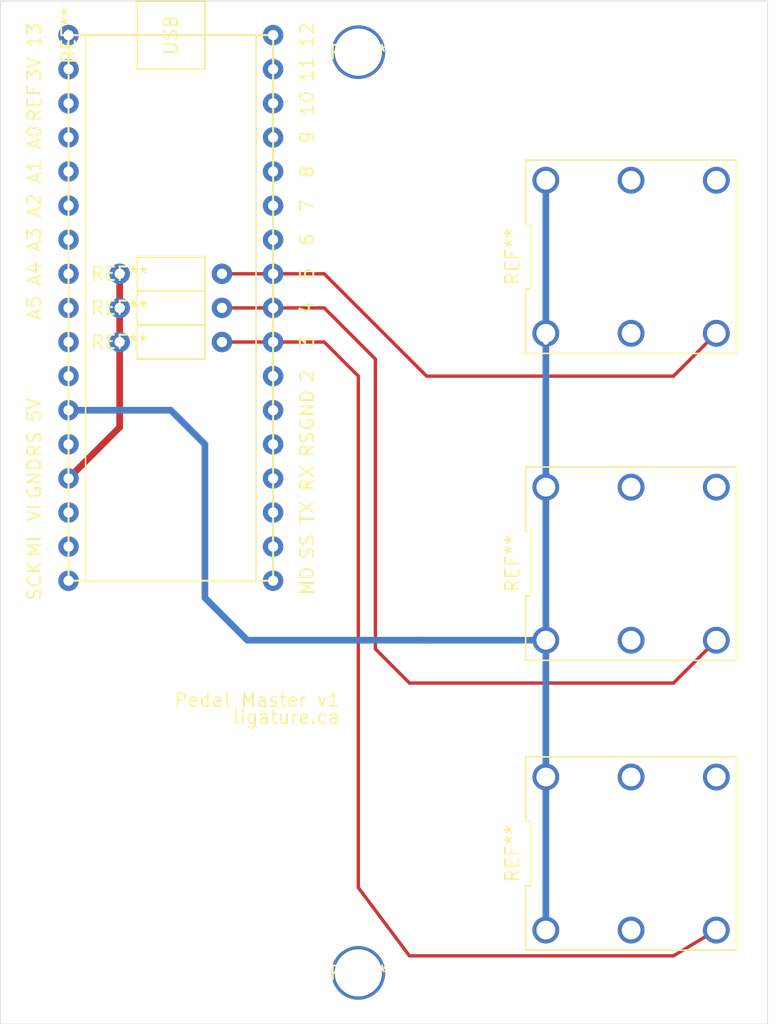
<source format=kicad_pcb>
(kicad_pcb (version 20171130) (host pcbnew 5.1.5-52549c5~84~ubuntu18.04.1)

  (general
    (thickness 1.6)
    (drawings 21)
    (tracks 34)
    (zones 0)
    (modules 9)
    (nets 1)
  )

  (page A4)
  (layers
    (0 F.Cu signal)
    (31 B.Cu signal)
    (32 B.Adhes user)
    (33 F.Adhes user)
    (34 B.Paste user)
    (35 F.Paste user)
    (36 B.SilkS user)
    (37 F.SilkS user)
    (38 B.Mask user)
    (39 F.Mask user)
    (40 Dwgs.User user)
    (41 Cmts.User user)
    (42 Eco1.User user)
    (43 Eco2.User user)
    (44 Edge.Cuts user)
    (45 Margin user)
    (46 B.CrtYd user)
    (47 F.CrtYd user)
    (48 B.Fab user)
    (49 F.Fab user)
  )

  (setup
    (last_trace_width 0.25)
    (trace_clearance 0.2)
    (zone_clearance 0.508)
    (zone_45_only no)
    (trace_min 0.2)
    (via_size 0.8)
    (via_drill 0.4)
    (via_min_size 0.4)
    (via_min_drill 0.3)
    (uvia_size 0.3)
    (uvia_drill 0.1)
    (uvias_allowed no)
    (uvia_min_size 0.2)
    (uvia_min_drill 0.1)
    (edge_width 0.05)
    (segment_width 0.2)
    (pcb_text_width 0.3)
    (pcb_text_size 1.5 1.5)
    (mod_edge_width 0.12)
    (mod_text_size 1 1)
    (mod_text_width 0.15)
    (pad_size 1.524 1.524)
    (pad_drill 0.762)
    (pad_to_mask_clearance 0.051)
    (solder_mask_min_width 0.25)
    (aux_axis_origin 0 0)
    (visible_elements FFFFF77F)
    (pcbplotparams
      (layerselection 0x010fc_ffffffff)
      (usegerberextensions false)
      (usegerberattributes false)
      (usegerberadvancedattributes false)
      (creategerberjobfile false)
      (excludeedgelayer true)
      (linewidth 0.100000)
      (plotframeref false)
      (viasonmask false)
      (mode 1)
      (useauxorigin false)
      (hpglpennumber 1)
      (hpglpenspeed 20)
      (hpglpendiameter 15.000000)
      (psnegative false)
      (psa4output false)
      (plotreference true)
      (plotvalue true)
      (plotinvisibletext false)
      (padsonsilk false)
      (subtractmaskfromsilk false)
      (outputformat 1)
      (mirror false)
      (drillshape 0)
      (scaleselection 1)
      (outputdirectory "export/"))
  )

  (net 0 "")

  (net_class Default "This is the default net class."
    (clearance 0.2)
    (trace_width 0.25)
    (via_dia 0.8)
    (via_drill 0.4)
    (uvia_dia 0.3)
    (uvia_drill 0.1)
  )

  (module pedal-controller:mounting-hole (layer F.Cu) (tedit 5DE4F0B5) (tstamp 5DE4F202)
    (at 144.78 59.69)
    (fp_text reference REF** (at 0 0) (layer F.SilkS)
      (effects (font (size 1 1) (thickness 0.15)))
    )
    (fp_text value mounting-hole (at 0 0) (layer F.Fab)
      (effects (font (size 1 1) (thickness 0.15)))
    )
    (pad 1 thru_hole circle (at 0 0) (size 4 4) (drill 3.51) (layers *.Cu *.Mask))
  )

  (module pedal-controller:mounting-hole (layer F.Cu) (tedit 5DE4F0B5) (tstamp 5DE4F1F5)
    (at 144.78 128.27)
    (fp_text reference REF** (at 0 0) (layer F.SilkS)
      (effects (font (size 1 1) (thickness 0.15)))
    )
    (fp_text value mounting-hole (at 0 0) (layer F.Fab)
      (effects (font (size 1 1) (thickness 0.15)))
    )
    (pad 1 thru_hole circle (at 0 0) (size 4 4) (drill 3.51) (layers *.Cu *.Mask))
  )

  (module pedal-controller:Arduino_Micro (layer F.Cu) (tedit 5DE4EDB7) (tstamp 5DE2C6F6)
    (at 123.19 58.42 270)
    (fp_text reference REF** (at 0 0 270) (layer F.SilkS)
      (effects (font (size 1 1) (thickness 0.15)))
    )
    (fp_text value Arduino_Micro (at 10.16 -7.62 270) (layer F.Fab)
      (effects (font (size 1 1) (thickness 0.15)))
    )
    (fp_text user SCK (at 40.64 2.54 270) (layer F.SilkS)
      (effects (font (size 1 1) (thickness 0.15)))
    )
    (fp_text user MI (at 38.1 2.54 270) (layer F.SilkS)
      (effects (font (size 1 1) (thickness 0.15)))
    )
    (fp_text user VI (at 35.56 2.54 270) (layer F.SilkS)
      (effects (font (size 1 1) (thickness 0.15)))
    )
    (fp_text user GND (at 33.02 2.54 270) (layer F.SilkS)
      (effects (font (size 1 1) (thickness 0.15)))
    )
    (fp_text user RS (at 30.48 2.54 270) (layer F.SilkS)
      (effects (font (size 1 1) (thickness 0.15)))
    )
    (fp_text user 5V (at 27.94 2.54 270) (layer F.SilkS)
      (effects (font (size 1 1) (thickness 0.15)))
    )
    (fp_text user A5 (at 20.32 2.54 270) (layer F.SilkS)
      (effects (font (size 1 1) (thickness 0.15)))
    )
    (fp_text user A4 (at 17.78 2.54 270) (layer F.SilkS)
      (effects (font (size 1 1) (thickness 0.15)))
    )
    (fp_text user A3 (at 15.24 2.54 270) (layer F.SilkS)
      (effects (font (size 1 1) (thickness 0.15)))
    )
    (fp_text user A2 (at 12.7 2.54 270) (layer F.SilkS)
      (effects (font (size 1 1) (thickness 0.15)))
    )
    (fp_text user A1 (at 10.16 2.54 270) (layer F.SilkS)
      (effects (font (size 1 1) (thickness 0.15)))
    )
    (fp_text user A0 (at 7.62 2.54 270) (layer F.SilkS)
      (effects (font (size 1 1) (thickness 0.15)))
    )
    (fp_text user REF (at 5.08 2.54 270) (layer F.SilkS)
      (effects (font (size 1 1) (thickness 0.15)))
    )
    (fp_text user 3V (at 2.54 2.54 270) (layer F.SilkS)
      (effects (font (size 1 1) (thickness 0.15)))
    )
    (fp_text user 13 (at 0 2.54 270) (layer F.SilkS)
      (effects (font (size 1 1) (thickness 0.15)))
    )
    (fp_text user MD (at 40.64 -17.78 270) (layer F.SilkS)
      (effects (font (size 1 1) (thickness 0.15)))
    )
    (fp_text user SS (at 38.1 -17.78 270) (layer F.SilkS)
      (effects (font (size 1 1) (thickness 0.15)))
    )
    (fp_text user TX (at 35.56 -17.78 270) (layer F.SilkS)
      (effects (font (size 1 1) (thickness 0.15)))
    )
    (fp_text user RX (at 33.02 -17.78 270) (layer F.SilkS)
      (effects (font (size 1 1) (thickness 0.15)))
    )
    (fp_text user RS (at 30.48 -17.78 270) (layer F.SilkS)
      (effects (font (size 1 1) (thickness 0.15)))
    )
    (fp_text user GND (at 27.94 -17.78 270) (layer F.SilkS)
      (effects (font (size 1 1) (thickness 0.15)))
    )
    (fp_text user 2 (at 25.4 -17.78 270) (layer F.SilkS)
      (effects (font (size 1 1) (thickness 0.15)))
    )
    (fp_text user 3 (at 22.86 -17.78 270) (layer F.SilkS)
      (effects (font (size 1 1) (thickness 0.15)))
    )
    (fp_text user 4 (at 20.32 -17.78 270) (layer F.SilkS)
      (effects (font (size 1 1) (thickness 0.15)))
    )
    (fp_text user 5 (at 17.78 -17.78 270) (layer F.SilkS)
      (effects (font (size 1 1) (thickness 0.15)))
    )
    (fp_text user 6 (at 15.24 -17.78 270) (layer F.SilkS)
      (effects (font (size 1 1) (thickness 0.15)))
    )
    (fp_text user 7 (at 12.7 -17.78 270) (layer F.SilkS)
      (effects (font (size 1 1) (thickness 0.15)))
    )
    (fp_text user 8 (at 10.16 -17.78 270) (layer F.SilkS)
      (effects (font (size 1 1) (thickness 0.15)))
    )
    (fp_text user 9 (at 7.62 -17.78 270) (layer F.SilkS)
      (effects (font (size 1 1) (thickness 0.15)))
    )
    (fp_text user 10 (at 5.08 -17.78 270) (layer F.SilkS)
      (effects (font (size 1 1) (thickness 0.15)))
    )
    (fp_text user 11 (at 2.54 -17.78 270) (layer F.SilkS)
      (effects (font (size 1 1) (thickness 0.15)))
    )
    (fp_text user 12 (at 0 -17.78 270) (layer F.SilkS)
      (effects (font (size 1 1) (thickness 0.15)))
    )
    (fp_text user USB (at 0 -7.62 270) (layer F.SilkS)
      (effects (font (size 1 1) (thickness 0.15)))
    )
    (fp_line (start -2.54 -5.08) (end -2.54 -10.16) (layer F.SilkS) (width 0.15))
    (fp_line (start 2.54 -5.08) (end -2.54 -5.08) (layer F.SilkS) (width 0.15))
    (fp_line (start 2.54 -10.16) (end 2.54 -5.08) (layer F.SilkS) (width 0.15))
    (fp_line (start -2.54 -10.16) (end 2.54 -10.16) (layer F.SilkS) (width 0.15))
    (fp_line (start 0 0) (end 0 -15.24) (layer F.SilkS) (width 0.15))
    (fp_line (start 40.64 0) (end 0 0) (layer F.SilkS) (width 0.15))
    (fp_line (start 40.64 -15.24) (end 40.64 0) (layer F.SilkS) (width 0.15))
    (fp_line (start 0 -15.24) (end 40.64 -15.24) (layer F.SilkS) (width 0.15))
    (pad 34 thru_hole circle (at 38.1 -15.24 270) (size 1.524 1.524) (drill 0.762) (layers *.Cu *.Mask))
    (pad 33 thru_hole circle (at 40.64 -15.24 270) (size 1.524 1.524) (drill 0.762) (layers *.Cu *.Mask))
    (pad 32 thru_hole circle (at 35.56 -15.24 270) (size 1.524 1.524) (drill 0.762) (layers *.Cu *.Mask))
    (pad 31 thru_hole circle (at 33.02 -15.24 270) (size 1.524 1.524) (drill 0.762) (layers *.Cu *.Mask))
    (pad 30 thru_hole circle (at 30.48 -15.24 270) (size 1.524 1.524) (drill 0.762) (layers *.Cu *.Mask))
    (pad 29 thru_hole circle (at 27.94 -15.24 270) (size 1.524 1.524) (drill 0.762) (layers *.Cu *.Mask))
    (pad 28 thru_hole circle (at 25.4 -15.24 270) (size 1.524 1.524) (drill 0.762) (layers *.Cu *.Mask))
    (pad 27 thru_hole circle (at 22.86 -15.24 270) (size 1.524 1.524) (drill 0.762) (layers *.Cu *.Mask))
    (pad 26 thru_hole circle (at 20.32 -15.24 270) (size 1.524 1.524) (drill 0.762) (layers *.Cu *.Mask))
    (pad 25 thru_hole circle (at 17.78 -15.24 270) (size 1.524 1.524) (drill 0.762) (layers *.Cu *.Mask))
    (pad 24 thru_hole circle (at 15.24 -15.24 270) (size 1.524 1.524) (drill 0.762) (layers *.Cu *.Mask))
    (pad 23 thru_hole circle (at 12.7 -15.24 270) (size 1.524 1.524) (drill 0.762) (layers *.Cu *.Mask))
    (pad 22 thru_hole circle (at 10.16 -15.24 270) (size 1.524 1.524) (drill 0.762) (layers *.Cu *.Mask))
    (pad 21 thru_hole circle (at 7.62 -15.24 270) (size 1.524 1.524) (drill 0.762) (layers *.Cu *.Mask))
    (pad 20 thru_hole circle (at 5.08 -15.24 270) (size 1.524 1.524) (drill 0.762) (layers *.Cu *.Mask))
    (pad 19 thru_hole circle (at 2.54 -15.24 270) (size 1.524 1.524) (drill 0.762) (layers *.Cu *.Mask))
    (pad 18 thru_hole circle (at 0 -15.24 270) (size 1.524 1.524) (drill 0.762) (layers *.Cu *.Mask))
    (pad 17 thru_hole circle (at 40.64 0 270) (size 1.524 1.524) (drill 0.762) (layers *.Cu *.Mask))
    (pad 16 thru_hole circle (at 38.1 0 270) (size 1.524 1.524) (drill 0.762) (layers *.Cu *.Mask))
    (pad 15 thru_hole circle (at 35.56 0 270) (size 1.524 1.524) (drill 0.762) (layers *.Cu *.Mask))
    (pad 14 thru_hole circle (at 33.02 0 270) (size 1.524 1.524) (drill 0.762) (layers *.Cu *.Mask))
    (pad 13 thru_hole circle (at 30.48 0 270) (size 1.524 1.524) (drill 0.762) (layers *.Cu *.Mask))
    (pad 12 thru_hole circle (at 27.94 0 270) (size 1.524 1.524) (drill 0.762) (layers *.Cu *.Mask))
    (pad 11 thru_hole circle (at 25.4 0 270) (size 1.524 1.524) (drill 0.762) (layers *.Cu *.Mask))
    (pad 10 thru_hole circle (at 22.86 0 270) (size 1.524 1.524) (drill 0.762) (layers *.Cu *.Mask))
    (pad 9 thru_hole circle (at 20.32 0 270) (size 1.524 1.524) (drill 0.762) (layers *.Cu *.Mask))
    (pad 8 thru_hole circle (at 17.78 0 270) (size 1.524 1.524) (drill 0.762) (layers *.Cu *.Mask))
    (pad 7 thru_hole circle (at 15.24 0 270) (size 1.524 1.524) (drill 0.762) (layers *.Cu *.Mask))
    (pad 6 thru_hole circle (at 12.7 0 270) (size 1.524 1.524) (drill 0.762) (layers *.Cu *.Mask))
    (pad 5 thru_hole circle (at 10.16 0 270) (size 1.524 1.524) (drill 0.762) (layers *.Cu *.Mask))
    (pad 4 thru_hole circle (at 7.62 0 270) (size 1.524 1.524) (drill 0.762) (layers *.Cu *.Mask))
    (pad 3 thru_hole circle (at 5.08 0 270) (size 1.524 1.524) (drill 0.762) (layers *.Cu *.Mask))
    (pad 2 thru_hole circle (at 2.54 0 270) (size 1.524 1.524) (drill 0.762) (layers *.Cu *.Mask))
    (pad 1 thru_hole circle (at 0 0 270) (size 1.524 1.524) (drill 0.762) (layers *.Cu *.Mask))
  )

  (module pedal-controller:resistor (layer F.Cu) (tedit 5DE2B4B0) (tstamp 5DE2CDAC)
    (at 127 76.2)
    (fp_text reference REF** (at 0 0) (layer F.SilkS)
      (effects (font (size 1 1) (thickness 0.15)))
    )
    (fp_text value 10K (at 3.81 0) (layer F.Fab)
      (effects (font (size 1 1) (thickness 0.15)))
    )
    (fp_line (start 1.27 -1.27) (end 2.54 -1.27) (layer F.SilkS) (width 0.15))
    (fp_line (start 6.35 -1.27) (end 1.27 -1.27) (layer F.SilkS) (width 0.15))
    (fp_line (start 6.35 1.27) (end 6.35 -1.27) (layer F.SilkS) (width 0.15))
    (fp_line (start 1.27 1.27) (end 6.35 1.27) (layer F.SilkS) (width 0.15))
    (fp_line (start 1.27 -1.27) (end 1.27 1.27) (layer F.SilkS) (width 0.15))
    (pad 2 thru_hole circle (at 7.62 0) (size 1.524 1.524) (drill 0.762) (layers *.Cu *.Mask))
    (pad 1 thru_hole circle (at 0 0) (size 1.524 1.524) (drill 0.762) (layers *.Cu *.Mask))
  )

  (module pedal-controller:resistor (layer F.Cu) (tedit 5DE2B4B0) (tstamp 5DE2CD33)
    (at 127 81.28)
    (fp_text reference REF** (at 0 0) (layer F.SilkS)
      (effects (font (size 1 1) (thickness 0.15)))
    )
    (fp_text value 10K (at 3.81 0) (layer F.Fab)
      (effects (font (size 1 1) (thickness 0.15)))
    )
    (fp_line (start 1.27 -1.27) (end 2.54 -1.27) (layer F.SilkS) (width 0.15))
    (fp_line (start 6.35 -1.27) (end 1.27 -1.27) (layer F.SilkS) (width 0.15))
    (fp_line (start 6.35 1.27) (end 6.35 -1.27) (layer F.SilkS) (width 0.15))
    (fp_line (start 1.27 1.27) (end 6.35 1.27) (layer F.SilkS) (width 0.15))
    (fp_line (start 1.27 -1.27) (end 1.27 1.27) (layer F.SilkS) (width 0.15))
    (pad 2 thru_hole circle (at 7.62 0) (size 1.524 1.524) (drill 0.762) (layers *.Cu *.Mask))
    (pad 1 thru_hole circle (at 0 0) (size 1.524 1.524) (drill 0.762) (layers *.Cu *.Mask))
  )

  (module pedal-controller:resistor (layer F.Cu) (tedit 5DE2B4B0) (tstamp 5DE2CCC4)
    (at 127 78.74)
    (fp_text reference REF** (at 0 0) (layer F.SilkS)
      (effects (font (size 1 1) (thickness 0.15)))
    )
    (fp_text value 10K (at 3.81 0) (layer F.Fab)
      (effects (font (size 1 1) (thickness 0.15)))
    )
    (fp_line (start 1.27 -1.27) (end 2.54 -1.27) (layer F.SilkS) (width 0.15))
    (fp_line (start 6.35 -1.27) (end 1.27 -1.27) (layer F.SilkS) (width 0.15))
    (fp_line (start 6.35 1.27) (end 6.35 -1.27) (layer F.SilkS) (width 0.15))
    (fp_line (start 1.27 1.27) (end 6.35 1.27) (layer F.SilkS) (width 0.15))
    (fp_line (start 1.27 -1.27) (end 1.27 1.27) (layer F.SilkS) (width 0.15))
    (pad 2 thru_hole circle (at 7.62 0) (size 1.524 1.524) (drill 0.762) (layers *.Cu *.Mask))
    (pad 1 thru_hole circle (at 0 0) (size 1.524 1.524) (drill 0.762) (layers *.Cu *.Mask))
  )

  (module pedal-controller:ACJS-MHDR_Jack_Connector (layer F.Cu) (tedit 0) (tstamp 5DE2C5B7)
    (at 165.1 119.38)
    (fp_text reference REF** (at -8.85 0 90) (layer F.SilkS)
      (effects (font (size 1 1) (thickness 0.15)))
    )
    (fp_text value ACJS-MHDR_Jack_Connector (at 0 0) (layer F.Fab)
      (effects (font (size 1 1) (thickness 0.15)))
    )
    (fp_line (start -7.6 6.95) (end -7.6 -6.95) (layer F.CrtYd) (width 0.05))
    (fp_line (start 7.6 6.95) (end -7.6 6.95) (layer F.CrtYd) (width 0.05))
    (fp_line (start 7.6 -6.95) (end 7.6 6.95) (layer F.CrtYd) (width 0.05))
    (fp_line (start -7.6 -6.95) (end 7.6 -6.95) (layer F.CrtYd) (width 0.05))
    (fp_line (start -7.85 2.399999) (end -7.85 7.199999) (layer F.SilkS) (width 0.12))
    (fp_line (start -7.49 2.399999) (end -7.85 2.399999) (layer F.SilkS) (width 0.12))
    (fp_line (start -7.49 -2.4) (end -7.49 2.399999) (layer F.SilkS) (width 0.12))
    (fp_line (start -7.85 -2.4) (end -7.49 -2.4) (layer F.SilkS) (width 0.12))
    (fp_line (start -7.85 -7.2) (end -7.85 -2.4) (layer F.SilkS) (width 0.12))
    (fp_line (start 7.85 -7.199999) (end -7.85 -7.2) (layer F.SilkS) (width 0.12))
    (fp_line (start 7.85 7.2) (end 7.85 -7.199999) (layer F.SilkS) (width 0.12))
    (fp_line (start -7.85 7.199999) (end 7.85 7.2) (layer F.SilkS) (width 0.12))
    (pad 3 thru_hole circle (at 6.35 5.7) (size 2 2) (drill 1.4) (layers *.Cu *.Mask))
    (pad 4 thru_hole circle (at 6.35 -5.7) (size 2 2) (drill 1.4) (layers *.Cu *.Mask))
    (pad 2 thru_hole circle (at 0 5.7) (size 2 2) (drill 1.4) (layers *.Cu *.Mask))
    (pad 5 thru_hole circle (at 0 -5.7) (size 2 2) (drill 1.4) (layers *.Cu *.Mask))
    (pad 1 thru_hole circle (at -6.35 5.7) (size 2 2) (drill 1.4) (layers *.Cu *.Mask))
    (pad 6 thru_hole circle (at -6.35 -5.7) (size 2 2) (drill 1.4) (layers *.Cu *.Mask))
  )

  (module pedal-controller:ACJS-MHDR_Jack_Connector (layer F.Cu) (tedit 0) (tstamp 5DE2C54D)
    (at 165.1 97.79)
    (fp_text reference REF** (at -8.85 0 90) (layer F.SilkS)
      (effects (font (size 1 1) (thickness 0.15)))
    )
    (fp_text value ACJS-MHDR_Jack_Connector (at 0 0) (layer F.Fab)
      (effects (font (size 1 1) (thickness 0.15)))
    )
    (fp_line (start -7.6 6.95) (end -7.6 -6.95) (layer F.CrtYd) (width 0.05))
    (fp_line (start 7.6 6.95) (end -7.6 6.95) (layer F.CrtYd) (width 0.05))
    (fp_line (start 7.6 -6.95) (end 7.6 6.95) (layer F.CrtYd) (width 0.05))
    (fp_line (start -7.6 -6.95) (end 7.6 -6.95) (layer F.CrtYd) (width 0.05))
    (fp_line (start -7.85 2.399999) (end -7.85 7.199999) (layer F.SilkS) (width 0.12))
    (fp_line (start -7.49 2.399999) (end -7.85 2.399999) (layer F.SilkS) (width 0.12))
    (fp_line (start -7.49 -2.4) (end -7.49 2.399999) (layer F.SilkS) (width 0.12))
    (fp_line (start -7.85 -2.4) (end -7.49 -2.4) (layer F.SilkS) (width 0.12))
    (fp_line (start -7.85 -7.2) (end -7.85 -2.4) (layer F.SilkS) (width 0.12))
    (fp_line (start 7.85 -7.199999) (end -7.85 -7.2) (layer F.SilkS) (width 0.12))
    (fp_line (start 7.85 7.2) (end 7.85 -7.199999) (layer F.SilkS) (width 0.12))
    (fp_line (start -7.85 7.199999) (end 7.85 7.2) (layer F.SilkS) (width 0.12))
    (pad 3 thru_hole circle (at 6.35 5.7) (size 2 2) (drill 1.4) (layers *.Cu *.Mask))
    (pad 4 thru_hole circle (at 6.35 -5.7) (size 2 2) (drill 1.4) (layers *.Cu *.Mask))
    (pad 2 thru_hole circle (at 0 5.7) (size 2 2) (drill 1.4) (layers *.Cu *.Mask))
    (pad 5 thru_hole circle (at 0 -5.7) (size 2 2) (drill 1.4) (layers *.Cu *.Mask))
    (pad 1 thru_hole circle (at -6.35 5.7) (size 2 2) (drill 1.4) (layers *.Cu *.Mask))
    (pad 6 thru_hole circle (at -6.35 -5.7) (size 2 2) (drill 1.4) (layers *.Cu *.Mask))
  )

  (module pedal-controller:ACJS-MHDR_Jack_Connector (layer F.Cu) (tedit 0) (tstamp 5DE28A12)
    (at 165.1 74.93)
    (fp_text reference REF** (at -8.85 0 90) (layer F.SilkS)
      (effects (font (size 1 1) (thickness 0.15)))
    )
    (fp_text value ACJS-MHDR_Jack_Connector (at -1.27 0) (layer F.Fab)
      (effects (font (size 1 1) (thickness 0.15)))
    )
    (fp_line (start -7.6 6.95) (end -7.6 -6.95) (layer F.CrtYd) (width 0.05))
    (fp_line (start 7.6 6.95) (end -7.6 6.95) (layer F.CrtYd) (width 0.05))
    (fp_line (start 7.6 -6.95) (end 7.6 6.95) (layer F.CrtYd) (width 0.05))
    (fp_line (start -7.6 -6.95) (end 7.6 -6.95) (layer F.CrtYd) (width 0.05))
    (fp_line (start -7.85 2.399999) (end -7.85 7.199999) (layer F.SilkS) (width 0.12))
    (fp_line (start -7.49 2.399999) (end -7.85 2.399999) (layer F.SilkS) (width 0.12))
    (fp_line (start -7.49 -2.4) (end -7.49 2.399999) (layer F.SilkS) (width 0.12))
    (fp_line (start -7.85 -2.4) (end -7.49 -2.4) (layer F.SilkS) (width 0.12))
    (fp_line (start -7.85 -7.2) (end -7.85 -2.4) (layer F.SilkS) (width 0.12))
    (fp_line (start 7.85 -7.199999) (end -7.85 -7.2) (layer F.SilkS) (width 0.12))
    (fp_line (start 7.85 7.2) (end 7.85 -7.199999) (layer F.SilkS) (width 0.12))
    (fp_line (start -7.85 7.199999) (end 7.85 7.2) (layer F.SilkS) (width 0.12))
    (pad 3 thru_hole circle (at 6.35 5.7) (size 2 2) (drill 1.4) (layers *.Cu *.Mask))
    (pad 4 thru_hole circle (at 6.35 -5.7) (size 2 2) (drill 1.4) (layers *.Cu *.Mask))
    (pad 2 thru_hole circle (at 0 5.7) (size 2 2) (drill 1.4) (layers *.Cu *.Mask))
    (pad 5 thru_hole circle (at 0 -5.7) (size 2 2) (drill 1.4) (layers *.Cu *.Mask))
    (pad 1 thru_hole circle (at -6.35 5.7) (size 2 2) (drill 1.4) (layers *.Cu *.Mask))
    (pad 6 thru_hole circle (at -6.35 -5.7) (size 2 2) (drill 1.4) (layers *.Cu *.Mask))
  )

  (gr_line (start 118.11 132.08) (end 118.11 55.88) (layer Edge.Cuts) (width 0.05) (tstamp 5DE4EF71))
  (gr_line (start 175.26 132.08) (end 118.11 132.08) (layer Edge.Cuts) (width 0.05))
  (gr_line (start 175.26 55.88) (end 175.26 132.08) (layer Edge.Cuts) (width 0.05))
  (gr_line (start 118.11 55.88) (end 175.26 55.88) (layer Edge.Cuts) (width 0.05))
  (gr_text "Pedal Master v1" (at 143.51 107.95) (layer F.SilkS)
    (effects (font (size 1 1) (thickness 0.15)) (justify right))
  )
  (gr_text ligature.ca (at 143.51 109.22) (layer F.SilkS)
    (effects (font (size 1 1) (thickness 0.15)) (justify right))
  )
  (gr_line (start 137.16 58.42) (end 124.46 58.42) (layer F.SilkS) (width 0.12) (tstamp 5DE2D6D1))
  (gr_line (start 137.16 99.06) (end 137.16 58.42) (layer F.SilkS) (width 0.12))
  (gr_line (start 124.46 99.06) (end 137.16 99.06) (layer F.SilkS) (width 0.12))
  (gr_line (start 124.46 58.42) (end 124.46 99.06) (layer F.SilkS) (width 0.12))
  (gr_line (start 128.27 82.55) (end 128.27 80.01) (layer F.SilkS) (width 0.12) (tstamp 5DE2D681))
  (gr_line (start 133.35 82.55) (end 128.27 82.55) (layer F.SilkS) (width 0.12))
  (gr_line (start 128.27 80.01) (end 133.35 80.01) (layer F.SilkS) (width 0.12) (tstamp 5DE2D680))
  (gr_line (start 128.27 80.01) (end 128.27 77.47) (layer F.SilkS) (width 0.12))
  (gr_line (start 133.35 80.01) (end 128.27 80.01) (layer F.SilkS) (width 0.12))
  (gr_line (start 133.35 77.47) (end 133.35 80.01) (layer F.SilkS) (width 0.12))
  (gr_line (start 128.27 77.47) (end 133.35 77.47) (layer F.SilkS) (width 0.12))
  (gr_line (start 128.27 77.47) (end 128.27 74.93) (layer F.SilkS) (width 0.12))
  (gr_line (start 133.35 77.47) (end 128.27 77.47) (layer F.SilkS) (width 0.12))
  (gr_line (start 133.35 74.93) (end 133.35 77.47) (layer F.SilkS) (width 0.12))
  (gr_line (start 128.27 74.93) (end 133.35 74.93) (layer F.SilkS) (width 0.12))

  (segment (start 158.75 103.49) (end 158.75 113.68) (width 0.5) (layer B.Cu) (net 0) (status 30))
  (segment (start 138.43 76.2) (end 134.62 76.2) (width 0.25) (layer F.Cu) (net 0) (status 30))
  (segment (start 138.43 78.74) (end 134.62 78.74) (width 0.25) (layer F.Cu) (net 0) (status 30))
  (segment (start 138.43 81.28) (end 134.62 81.28) (width 0.25) (layer F.Cu) (net 0) (tstamp 5DE2D0C4) (status 30))
  (segment (start 158.75 81.28) (end 158.75 80.63) (width 0.25) (layer B.Cu) (net 0) (tstamp 5DE2D0C6) (status 30))
  (segment (start 158.75 113.68) (end 158.75 125.08) (width 0.5) (layer B.Cu) (net 0) (status 30))
  (segment (start 158.75 103.49) (end 158.75 69.23) (width 0.5) (layer B.Cu) (net 0) (status 30))
  (segment (start 130.81 86.36) (end 133.35 88.9) (width 0.5) (layer B.Cu) (net 0))
  (segment (start 123.19 86.36) (end 130.81 86.36) (width 0.5) (layer B.Cu) (net 0) (status 10))
  (segment (start 133.35 88.9) (end 133.35 100.33) (width 0.5) (layer B.Cu) (net 0))
  (segment (start 133.35 100.33) (end 136.51 103.49) (width 0.5) (layer B.Cu) (net 0))
  (segment (start 136.51 103.49) (end 149.86 103.49) (width 0.5) (layer B.Cu) (net 0))
  (segment (start 127 76.2) (end 127 87.63) (width 0.5) (layer F.Cu) (net 0) (status 10))
  (segment (start 127 87.63) (end 123.19 91.44) (width 0.5) (layer F.Cu) (net 0) (status 20))
  (segment (start 149.86 83.82) (end 168.26 83.82) (width 0.25) (layer F.Cu) (net 0))
  (segment (start 168.26 83.82) (end 171.45 80.63) (width 0.25) (layer F.Cu) (net 0) (status 20))
  (segment (start 142.24 76.2) (end 149.86 83.82) (width 0.25) (layer F.Cu) (net 0))
  (segment (start 138.43 76.2) (end 142.24 76.2) (width 0.25) (layer F.Cu) (net 0) (status 10))
  (segment (start 148.59 106.68) (end 168.26 106.68) (width 0.25) (layer F.Cu) (net 0))
  (segment (start 168.26 106.68) (end 171.45 103.49) (width 0.25) (layer F.Cu) (net 0) (status 20))
  (segment (start 146.05 104.14) (end 148.59 106.68) (width 0.25) (layer F.Cu) (net 0))
  (segment (start 146.05 82.55) (end 146.05 104.14) (width 0.25) (layer F.Cu) (net 0))
  (segment (start 142.24 78.74) (end 146.05 82.55) (width 0.25) (layer F.Cu) (net 0))
  (segment (start 138.43 78.74) (end 142.24 78.74) (width 0.25) (layer F.Cu) (net 0) (status 10))
  (segment (start 149.24 103.49) (end 158.75 103.49) (width 0.5) (layer B.Cu) (net 0) (status 20))
  (segment (start 139.7 76.2) (end 138.43 76.2) (width 0.25) (layer F.Cu) (net 0) (status 20))
  (segment (start 138.43 81.28) (end 138.43 81.28) (width 0.25) (layer F.Cu) (net 0))
  (via (at 158.75 81.28) (size 0.8) (drill 0.4) (layers F.Cu B.Cu) (net 0))
  (segment (start 168.26 127) (end 171.45 125.08) (width 0.25) (layer F.Cu) (net 0))
  (segment (start 144.78 121.92) (end 148.59 127) (width 0.25) (layer F.Cu) (net 0))
  (segment (start 144.78 83.82) (end 144.78 121.92) (width 0.25) (layer F.Cu) (net 0))
  (segment (start 148.59 127) (end 168.26 127) (width 0.25) (layer F.Cu) (net 0))
  (segment (start 138.43 81.28) (end 142.24 81.28) (width 0.25) (layer F.Cu) (net 0))
  (segment (start 142.24 81.28) (end 144.78 83.82) (width 0.25) (layer F.Cu) (net 0))

)

</source>
